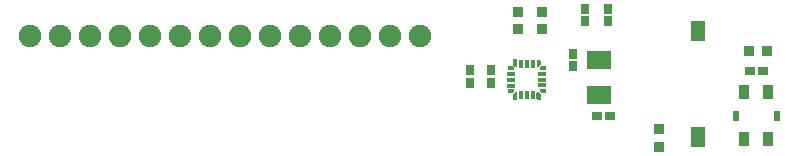
<source format=gts>
G04*
G04 #@! TF.GenerationSoftware,Altium Limited,Altium Designer,23.9.2 (47)*
G04*
G04 Layer_Color=8388736*
%FSLAX44Y44*%
%MOMM*%
G71*
G04*
G04 #@! TF.SameCoordinates,85ECA5C9-4B9F-4046-87AE-3E16AE89CDA1*
G04*
G04*
G04 #@! TF.FilePolarity,Negative*
G04*
G01*
G75*
%ADD23R,0.9656X0.9081*%
%ADD24R,0.6416X0.8917*%
%ADD25R,2.0032X1.5032*%
%ADD26O,0.4577X0.3526*%
%ADD27O,0.4578X0.3526*%
%ADD28O,0.3526X0.4582*%
%ADD29R,0.8000X0.4000*%
%ADD30O,0.3832X0.5032*%
%ADD31R,0.4000X0.8000*%
%ADD32R,0.4000X0.8000*%
%ADD33R,0.8917X0.6416*%
%ADD34R,1.3032X1.7032*%
%ADD35R,0.9081X0.9656*%
%ADD36R,0.6032X0.9032*%
%ADD37R,0.9032X1.3032*%
%ADD38C,1.9032*%
G36*
X1094757Y930258D02*
X1094851Y930229D01*
X1094938Y930183D01*
X1095014Y930120D01*
X1095077Y930044D01*
X1095123Y929957D01*
X1095152Y929863D01*
X1095162Y929765D01*
Y928533D01*
X1095160Y928521D01*
X1095161Y928509D01*
X1095155Y928472D01*
X1095152Y928435D01*
X1095148Y928423D01*
X1095147Y928412D01*
X1095134Y928376D01*
X1095123Y928341D01*
X1095118Y928330D01*
X1095114Y928319D01*
X1095094Y928287D01*
X1095077Y928254D01*
X1095069Y928245D01*
X1095063Y928234D01*
X1095038Y928206D01*
X1095014Y928178D01*
X1095005Y928170D01*
X1094997Y928161D01*
X1093612Y926903D01*
X1093581Y926880D01*
X1093552Y926856D01*
X1093542Y926850D01*
X1093533Y926844D01*
X1093498Y926827D01*
X1093465Y926809D01*
X1093454Y926806D01*
X1093444Y926802D01*
X1093407Y926792D01*
X1093370Y926781D01*
X1093359Y926780D01*
X1093348Y926777D01*
X1093310Y926776D01*
X1093272Y926772D01*
X1090415Y926782D01*
X1090366Y926787D01*
X1090318Y926792D01*
X1090318Y926792D01*
X1090317Y926792D01*
X1090271Y926806D01*
X1090224Y926820D01*
X1090223Y926821D01*
X1090222Y926821D01*
X1090178Y926845D01*
X1090137Y926867D01*
X1090137Y926867D01*
X1090136Y926868D01*
X1090097Y926900D01*
X1090061Y926929D01*
X1090061Y926930D01*
X1090060Y926931D01*
X1090030Y926968D01*
X1089999Y927005D01*
X1089998Y927006D01*
X1089998Y927007D01*
X1089975Y927050D01*
X1089952Y927092D01*
X1089952Y927093D01*
X1089951Y927094D01*
X1089937Y927142D01*
X1089923Y927187D01*
X1089923Y927188D01*
X1089923Y927188D01*
X1089918Y927238D01*
X1089914Y927285D01*
Y929765D01*
X1089923Y929863D01*
X1089952Y929957D01*
X1089999Y930044D01*
X1090061Y930120D01*
X1090137Y930183D01*
X1090224Y930229D01*
X1090318Y930258D01*
X1090416Y930267D01*
X1094659D01*
X1094757Y930258D01*
D02*
G37*
G36*
X1097776Y927523D02*
X1097871Y927495D01*
X1097958Y927449D01*
X1098034Y927386D01*
X1098096Y927310D01*
X1098143Y927223D01*
X1098171Y927129D01*
X1098181Y927031D01*
Y922030D01*
X1098171Y921932D01*
X1098143Y921838D01*
X1098096Y921751D01*
X1098034Y921675D01*
X1097958Y921613D01*
X1097871Y921566D01*
X1097776Y921537D01*
X1097678Y921528D01*
X1094678D01*
X1094580Y921537D01*
X1094486Y921566D01*
X1094399Y921613D01*
X1094323Y921675D01*
X1094260Y921751D01*
X1094214Y921838D01*
X1094185Y921932D01*
X1094176Y922030D01*
Y925931D01*
X1094177Y925941D01*
X1094176Y925952D01*
X1094182Y925990D01*
X1094185Y926029D01*
X1094189Y926039D01*
X1094190Y926050D01*
X1094203Y926086D01*
X1094214Y926123D01*
X1094219Y926133D01*
X1094223Y926143D01*
X1094242Y926176D01*
X1094260Y926210D01*
X1094267Y926218D01*
X1094273Y926228D01*
X1094298Y926256D01*
X1094323Y926286D01*
X1094331Y926293D01*
X1094339Y926301D01*
X1095539Y927401D01*
X1095569Y927424D01*
X1095599Y927449D01*
X1095609Y927454D01*
X1095617Y927460D01*
X1095652Y927477D01*
X1095686Y927495D01*
X1095696Y927498D01*
X1095706Y927503D01*
X1095743Y927512D01*
X1095780Y927523D01*
X1095791Y927525D01*
X1095802Y927527D01*
X1095840Y927529D01*
X1095878Y927533D01*
X1097678D01*
X1097776Y927523D01*
D02*
G37*
G36*
X1121153Y930297D02*
X1121159Y930298D01*
X1121934Y930280D01*
X1121977Y930275D01*
X1122020Y930271D01*
X1122026Y930269D01*
X1122031Y930268D01*
X1122073Y930255D01*
X1122115Y930242D01*
X1122120Y930239D01*
X1122125Y930238D01*
X1122163Y930217D01*
X1122202Y930196D01*
X1122206Y930192D01*
X1122211Y930189D01*
X1122244Y930161D01*
X1122278Y930133D01*
X1122281Y930129D01*
X1122286Y930125D01*
X1122312Y930091D01*
X1122340Y930057D01*
X1122343Y930052D01*
X1122346Y930048D01*
X1122366Y930009D01*
X1122387Y929970D01*
X1122388Y929965D01*
X1122391Y929960D01*
X1122402Y929918D01*
X1122415Y929876D01*
X1122416Y929870D01*
X1122417Y929865D01*
X1122421Y929821D01*
X1122425Y929778D01*
Y927315D01*
X1122420Y927269D01*
X1122416Y927219D01*
X1122415Y927218D01*
X1122415Y927217D01*
X1122402Y927173D01*
X1122387Y927124D01*
X1122387Y927124D01*
X1122387Y927123D01*
X1122364Y927080D01*
X1122341Y927037D01*
X1122341Y927037D01*
X1122340Y927036D01*
X1122309Y926998D01*
X1122279Y926961D01*
X1122278Y926961D01*
X1122278Y926960D01*
X1122242Y926930D01*
X1122203Y926898D01*
X1122202Y926898D01*
X1122202Y926897D01*
X1122160Y926875D01*
X1122116Y926852D01*
X1122115Y926851D01*
X1122115Y926851D01*
X1122068Y926837D01*
X1122022Y926823D01*
X1122021Y926823D01*
X1122020Y926822D01*
X1121972Y926817D01*
X1121924Y926813D01*
X1119067Y926802D01*
X1119029Y926806D01*
X1118991Y926808D01*
X1118980Y926811D01*
X1118969Y926812D01*
X1118932Y926823D01*
X1118895Y926832D01*
X1118885Y926837D01*
X1118874Y926840D01*
X1118841Y926858D01*
X1118806Y926874D01*
X1118797Y926881D01*
X1118787Y926886D01*
X1118758Y926910D01*
X1118727Y926933D01*
X1117342Y928192D01*
X1117334Y928201D01*
X1117325Y928208D01*
X1117301Y928237D01*
X1117276Y928265D01*
X1117270Y928275D01*
X1117262Y928284D01*
X1117245Y928317D01*
X1117225Y928349D01*
X1117221Y928361D01*
X1117216Y928371D01*
X1117205Y928407D01*
X1117192Y928442D01*
X1117191Y928454D01*
X1117187Y928465D01*
X1117183Y928503D01*
X1117178Y928540D01*
X1117179Y928551D01*
X1117178Y928564D01*
Y929795D01*
X1117187Y929893D01*
X1117216Y929988D01*
X1117262Y930075D01*
X1117325Y930151D01*
X1117401Y930213D01*
X1117488Y930260D01*
X1117582Y930288D01*
X1117680Y930298D01*
X1121147D01*
X1121153Y930297D01*
D02*
G37*
G36*
X1116516Y927529D02*
X1116554Y927527D01*
X1116565Y927524D01*
X1116576Y927523D01*
X1116613Y927512D01*
X1116650Y927502D01*
X1116660Y927498D01*
X1116670Y927494D01*
X1116704Y927476D01*
X1116739Y927460D01*
X1116747Y927453D01*
X1116757Y927448D01*
X1116787Y927424D01*
X1116817Y927401D01*
X1118017Y926301D01*
X1118025Y926292D01*
X1118033Y926285D01*
X1118057Y926256D01*
X1118083Y926227D01*
X1118089Y926218D01*
X1118096Y926209D01*
X1118114Y926175D01*
X1118133Y926142D01*
X1118137Y926132D01*
X1118142Y926122D01*
X1118153Y926086D01*
X1118166Y926049D01*
X1118167Y926039D01*
X1118171Y926028D01*
X1118174Y925990D01*
X1118180Y925952D01*
X1118179Y925941D01*
X1118180Y925930D01*
Y922030D01*
X1118171Y921932D01*
X1118142Y921838D01*
X1118096Y921751D01*
X1118033Y921675D01*
X1117957Y921612D01*
X1117870Y921566D01*
X1117776Y921537D01*
X1117678Y921527D01*
X1114678D01*
X1114580Y921537D01*
X1114485Y921566D01*
X1114398Y921612D01*
X1114322Y921675D01*
X1114260Y921751D01*
X1114213Y921838D01*
X1114185Y921932D01*
X1114175Y922030D01*
Y927030D01*
X1114185Y927128D01*
X1114213Y927223D01*
X1114260Y927309D01*
X1114322Y927385D01*
X1114398Y927448D01*
X1114485Y927494D01*
X1114580Y927523D01*
X1114678Y927533D01*
X1116478D01*
X1116516Y927529D01*
D02*
G37*
G36*
X1097775Y955524D02*
X1097870Y955495D01*
X1097956Y955449D01*
X1098033Y955386D01*
X1098095Y955310D01*
X1098141Y955223D01*
X1098170Y955129D01*
X1098180Y955031D01*
Y950030D01*
X1098170Y949932D01*
X1098141Y949838D01*
X1098095Y949751D01*
X1098033Y949675D01*
X1097956Y949613D01*
X1097870Y949566D01*
X1097775Y949538D01*
X1097677Y949528D01*
X1095877D01*
X1095839Y949532D01*
X1095801Y949534D01*
X1095790Y949536D01*
X1095779Y949538D01*
X1095742Y949549D01*
X1095705Y949558D01*
X1095695Y949563D01*
X1095685Y949566D01*
X1095651Y949584D01*
X1095616Y949601D01*
X1095608Y949607D01*
X1095598Y949613D01*
X1095568Y949637D01*
X1095538Y949660D01*
X1094338Y950760D01*
X1094330Y950768D01*
X1094322Y950775D01*
X1094297Y950805D01*
X1094272Y950833D01*
X1094266Y950843D01*
X1094259Y950851D01*
X1094241Y950885D01*
X1094222Y950918D01*
X1094218Y950928D01*
X1094213Y950938D01*
X1094202Y950975D01*
X1094189Y951011D01*
X1094187Y951022D01*
X1094184Y951032D01*
X1094181Y951071D01*
X1094175Y951109D01*
X1094176Y951120D01*
X1094175Y951130D01*
Y955031D01*
X1094184Y955129D01*
X1094213Y955223D01*
X1094259Y955310D01*
X1094322Y955386D01*
X1094398Y955449D01*
X1094485Y955495D01*
X1094579Y955524D01*
X1094677Y955533D01*
X1097677D01*
X1097775Y955524D01*
D02*
G37*
G36*
X1093357Y950265D02*
X1093395Y950263D01*
X1093406Y950260D01*
X1093417Y950259D01*
X1093454Y950248D01*
X1093491Y950239D01*
X1093501Y950234D01*
X1093512Y950231D01*
X1093545Y950213D01*
X1093580Y950196D01*
X1093589Y950190D01*
X1093599Y950184D01*
X1093628Y950160D01*
X1093659Y950138D01*
X1095044Y948879D01*
X1095052Y948870D01*
X1095061Y948863D01*
X1095085Y948834D01*
X1095110Y948806D01*
X1095116Y948796D01*
X1095124Y948786D01*
X1095141Y948754D01*
X1095161Y948721D01*
X1095165Y948710D01*
X1095170Y948699D01*
X1095181Y948664D01*
X1095194Y948629D01*
X1095195Y948617D01*
X1095199Y948605D01*
X1095202Y948568D01*
X1095208Y948531D01*
X1095207Y948519D01*
X1095209Y948507D01*
Y947275D01*
X1095199Y947177D01*
X1095170Y947083D01*
X1095124Y946996D01*
X1095061Y946920D01*
X1094985Y946857D01*
X1094898Y946811D01*
X1094804Y946782D01*
X1094706Y946773D01*
X1091239D01*
X1091233Y946773D01*
X1091227Y946773D01*
X1090452Y946790D01*
X1090409Y946796D01*
X1090366Y946800D01*
X1090360Y946802D01*
X1090355Y946802D01*
X1090313Y946816D01*
X1090271Y946829D01*
X1090266Y946831D01*
X1090261Y946833D01*
X1090223Y946854D01*
X1090184Y946875D01*
X1090180Y946879D01*
X1090175Y946881D01*
X1090142Y946910D01*
X1090108Y946937D01*
X1090105Y946942D01*
X1090100Y946945D01*
X1090074Y946980D01*
X1090046Y947013D01*
X1090043Y947019D01*
X1090040Y947023D01*
X1090020Y947062D01*
X1089999Y947100D01*
X1089998Y947106D01*
X1089995Y947111D01*
X1089984Y947152D01*
X1089971Y947195D01*
X1089970Y947200D01*
X1089969Y947206D01*
X1089965Y947249D01*
X1089961Y947293D01*
Y949755D01*
X1089966Y949802D01*
X1089970Y949852D01*
X1089971Y949853D01*
X1089971Y949854D01*
X1089984Y949898D01*
X1089999Y949946D01*
X1089999Y949947D01*
X1089999Y949948D01*
X1090022Y949990D01*
X1090045Y950033D01*
X1090045Y950034D01*
X1090046Y950035D01*
X1090077Y950072D01*
X1090107Y950110D01*
X1090108Y950110D01*
X1090108Y950111D01*
X1090144Y950140D01*
X1090183Y950172D01*
X1090184Y950173D01*
X1090184Y950173D01*
X1090226Y950195D01*
X1090270Y950219D01*
X1090271Y950219D01*
X1090271Y950220D01*
X1090318Y950234D01*
X1090364Y950248D01*
X1090365Y950248D01*
X1090366Y950248D01*
X1090414Y950253D01*
X1090462Y950258D01*
X1093319Y950268D01*
X1093357Y950265D01*
D02*
G37*
G36*
X1117462Y954772D02*
X1117512Y954767D01*
X1117513Y954767D01*
X1117514Y954767D01*
X1117558Y954753D01*
X1117607Y954739D01*
X1117607Y954738D01*
X1117608Y954738D01*
X1117649Y954716D01*
X1117694Y954693D01*
X1117694Y954692D01*
X1117695Y954691D01*
X1117731Y954662D01*
X1117770Y954630D01*
X1117770Y954630D01*
X1117771Y954629D01*
X1117801Y954593D01*
X1117833Y954554D01*
X1117833Y954554D01*
X1117834Y954553D01*
X1117856Y954512D01*
X1117879Y954468D01*
X1117880Y954467D01*
X1117880Y954466D01*
X1117894Y954419D01*
X1117908Y954373D01*
X1117908Y954373D01*
X1117909Y954372D01*
X1117914Y954323D01*
X1117918Y954276D01*
X1117928Y951411D01*
X1117925Y951373D01*
X1117923Y951335D01*
X1117920Y951324D01*
X1117919Y951313D01*
X1117908Y951276D01*
X1117899Y951239D01*
X1117894Y951229D01*
X1117891Y951218D01*
X1117873Y951184D01*
X1117857Y951150D01*
X1117850Y951141D01*
X1117845Y951131D01*
X1117821Y951102D01*
X1117798Y951071D01*
X1116539Y949686D01*
X1116530Y949678D01*
X1116523Y949669D01*
X1116494Y949645D01*
X1116466Y949620D01*
X1116456Y949614D01*
X1116447Y949606D01*
X1116414Y949589D01*
X1116382Y949569D01*
X1116370Y949565D01*
X1116360Y949560D01*
X1116324Y949549D01*
X1116289Y949536D01*
X1116277Y949535D01*
X1116265Y949531D01*
X1116228Y949527D01*
X1116191Y949522D01*
X1116180Y949523D01*
X1116167Y949521D01*
X1114936D01*
X1114837Y949531D01*
X1114743Y949560D01*
X1114656Y949606D01*
X1114580Y949669D01*
X1114518Y949745D01*
X1114471Y949832D01*
X1114443Y949926D01*
X1114433Y950024D01*
Y953491D01*
X1114434Y953497D01*
X1114433Y953502D01*
X1114451Y954285D01*
X1114456Y954328D01*
X1114460Y954372D01*
X1114462Y954377D01*
X1114463Y954383D01*
X1114476Y954425D01*
X1114489Y954466D01*
X1114491Y954471D01*
X1114493Y954476D01*
X1114515Y954514D01*
X1114535Y954553D01*
X1114539Y954557D01*
X1114542Y954562D01*
X1114570Y954596D01*
X1114598Y954629D01*
X1114602Y954633D01*
X1114606Y954637D01*
X1114640Y954664D01*
X1114674Y954691D01*
X1114679Y954694D01*
X1114683Y954698D01*
X1114722Y954717D01*
X1114761Y954738D01*
X1114766Y954740D01*
X1114771Y954742D01*
X1114814Y954754D01*
X1114855Y954767D01*
X1114861Y954767D01*
X1114866Y954769D01*
X1114910Y954772D01*
X1114953Y954776D01*
X1117416D01*
X1117462Y954772D01*
D02*
G37*
G36*
X1121914Y950275D02*
X1121962Y950270D01*
X1122010Y950265D01*
X1122011Y950265D01*
X1122012Y950265D01*
X1122058Y950251D01*
X1122105Y950237D01*
X1122105Y950236D01*
X1122106Y950236D01*
X1122150Y950212D01*
X1122192Y950190D01*
X1122192Y950190D01*
X1122193Y950189D01*
X1122232Y950157D01*
X1122268Y950128D01*
X1122268Y950127D01*
X1122269Y950126D01*
X1122299Y950089D01*
X1122330Y950051D01*
X1122331Y950051D01*
X1122331Y950050D01*
X1122354Y950007D01*
X1122377Y949965D01*
X1122377Y949964D01*
X1122377Y949963D01*
X1122392Y949915D01*
X1122405Y949870D01*
X1122405Y949870D01*
X1122406Y949869D01*
X1122410Y949818D01*
X1122415Y949772D01*
Y947309D01*
X1122411Y947266D01*
X1122407Y947223D01*
X1122406Y947217D01*
X1122405Y947212D01*
X1122393Y947169D01*
X1122381Y947128D01*
X1122378Y947123D01*
X1122377Y947117D01*
X1122356Y947078D01*
X1122337Y947040D01*
X1122333Y947035D01*
X1122330Y947030D01*
X1122302Y946997D01*
X1122276Y946962D01*
X1122271Y946959D01*
X1122268Y946954D01*
X1122234Y946926D01*
X1122201Y946898D01*
X1122196Y946895D01*
X1122192Y946892D01*
X1122153Y946871D01*
X1122115Y946850D01*
X1122110Y946848D01*
X1122105Y946845D01*
X1122063Y946833D01*
X1122022Y946819D01*
X1122016Y946818D01*
X1122010Y946817D01*
X1121967Y946812D01*
X1121924Y946807D01*
X1121149Y946790D01*
X1121143Y946790D01*
X1121137Y946789D01*
X1117670D01*
X1117572Y946799D01*
X1117478Y946828D01*
X1117391Y946874D01*
X1117315Y946937D01*
X1117252Y947013D01*
X1117206Y947100D01*
X1117177Y947194D01*
X1117168Y947292D01*
Y948524D01*
X1117169Y948536D01*
X1117168Y948548D01*
X1117173Y948585D01*
X1117177Y948622D01*
X1117181Y948633D01*
X1117182Y948645D01*
X1117195Y948680D01*
X1117206Y948716D01*
X1117212Y948727D01*
X1117215Y948738D01*
X1117235Y948770D01*
X1117252Y948803D01*
X1117260Y948812D01*
X1117266Y948823D01*
X1117291Y948850D01*
X1117315Y948879D01*
X1117324Y948887D01*
X1117332Y948896D01*
X1118717Y950154D01*
X1118748Y950177D01*
X1118777Y950201D01*
X1118787Y950207D01*
X1118796Y950213D01*
X1118831Y950229D01*
X1118865Y950247D01*
X1118875Y950251D01*
X1118885Y950255D01*
X1118922Y950265D01*
X1118959Y950276D01*
X1118970Y950277D01*
X1118981Y950279D01*
X1119019Y950281D01*
X1119057Y950285D01*
X1121914Y950275D01*
D02*
G37*
D23*
X1217930Y881466D02*
D03*
Y896534D02*
D03*
X1118753Y980902D02*
D03*
Y995970D02*
D03*
X1098550Y980902D02*
D03*
Y995970D02*
D03*
D24*
X1174750Y987689D02*
D03*
Y998591D02*
D03*
X1155700Y987689D02*
D03*
Y998591D02*
D03*
X1145540Y949589D02*
D03*
Y960491D02*
D03*
X1057910Y946521D02*
D03*
Y935619D02*
D03*
X1075690Y946521D02*
D03*
Y935619D02*
D03*
D25*
X1167130Y954989D02*
D03*
Y925830D02*
D03*
D26*
X1119422Y928551D02*
D03*
X1092963Y948520D02*
D03*
X1119412Y948535D02*
D03*
D27*
X1092917Y928520D02*
D03*
D28*
X1116181Y951774D02*
D03*
D29*
X1119176Y938530D02*
D03*
Y933529D02*
D03*
X1093047Y933029D02*
D03*
X1093176Y938530D02*
D03*
Y943529D02*
D03*
X1119176D02*
D03*
D30*
X1096176Y952531D02*
D03*
Y924530D02*
D03*
X1116176D02*
D03*
D31*
X1111177Y925530D02*
D03*
D32*
X1106179D02*
D03*
X1101177D02*
D03*
Y951530D02*
D03*
X1106179D02*
D03*
X1111177D02*
D03*
D33*
X1176391Y908050D02*
D03*
X1165489D02*
D03*
X1295400Y946150D02*
D03*
X1306302D02*
D03*
D34*
X1250950Y889720D02*
D03*
Y979720D02*
D03*
D35*
X1309284Y962660D02*
D03*
X1294216D02*
D03*
D36*
X1282929Y908050D02*
D03*
X1318030D02*
D03*
D37*
X1310479Y927550D02*
D03*
Y888550D02*
D03*
X1290479Y927550D02*
D03*
Y888550D02*
D03*
D38*
X685800Y975361D02*
D03*
X711200D02*
D03*
X736600D02*
D03*
X762000D02*
D03*
X787400D02*
D03*
X812800D02*
D03*
X838200D02*
D03*
X863600D02*
D03*
X1016000D02*
D03*
X990600D02*
D03*
X965200D02*
D03*
X939800D02*
D03*
X914400D02*
D03*
X889000D02*
D03*
M02*

</source>
